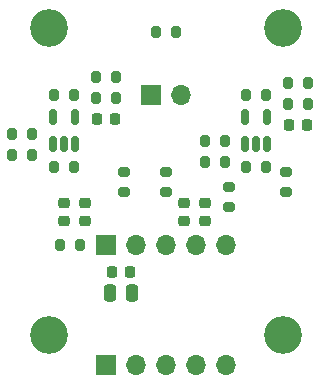
<source format=gbr>
%TF.GenerationSoftware,KiCad,Pcbnew,(7.0.0)*%
%TF.CreationDate,2023-03-09T19:39:30+01:00*%
%TF.ProjectId,JoystickAdapter,4a6f7973-7469-4636-9b41-646170746572,1.1*%
%TF.SameCoordinates,Original*%
%TF.FileFunction,Soldermask,Bot*%
%TF.FilePolarity,Negative*%
%FSLAX46Y46*%
G04 Gerber Fmt 4.6, Leading zero omitted, Abs format (unit mm)*
G04 Created by KiCad (PCBNEW (7.0.0)) date 2023-03-09 19:39:30*
%MOMM*%
%LPD*%
G01*
G04 APERTURE LIST*
G04 Aperture macros list*
%AMRoundRect*
0 Rectangle with rounded corners*
0 $1 Rounding radius*
0 $2 $3 $4 $5 $6 $7 $8 $9 X,Y pos of 4 corners*
0 Add a 4 corners polygon primitive as box body*
4,1,4,$2,$3,$4,$5,$6,$7,$8,$9,$2,$3,0*
0 Add four circle primitives for the rounded corners*
1,1,$1+$1,$2,$3*
1,1,$1+$1,$4,$5*
1,1,$1+$1,$6,$7*
1,1,$1+$1,$8,$9*
0 Add four rect primitives between the rounded corners*
20,1,$1+$1,$2,$3,$4,$5,0*
20,1,$1+$1,$4,$5,$6,$7,0*
20,1,$1+$1,$6,$7,$8,$9,0*
20,1,$1+$1,$8,$9,$2,$3,0*%
G04 Aperture macros list end*
%ADD10C,3.200000*%
%ADD11R,1.700000X1.700000*%
%ADD12O,1.700000X1.700000*%
%ADD13RoundRect,0.218750X0.256250X-0.218750X0.256250X0.218750X-0.256250X0.218750X-0.256250X-0.218750X0*%
%ADD14RoundRect,0.150000X0.150000X-0.512500X0.150000X0.512500X-0.150000X0.512500X-0.150000X-0.512500X0*%
%ADD15RoundRect,0.225000X0.225000X0.250000X-0.225000X0.250000X-0.225000X-0.250000X0.225000X-0.250000X0*%
%ADD16RoundRect,0.200000X0.200000X0.275000X-0.200000X0.275000X-0.200000X-0.275000X0.200000X-0.275000X0*%
%ADD17RoundRect,0.250000X-0.250000X-0.475000X0.250000X-0.475000X0.250000X0.475000X-0.250000X0.475000X0*%
%ADD18RoundRect,0.200000X-0.200000X-0.275000X0.200000X-0.275000X0.200000X0.275000X-0.200000X0.275000X0*%
%ADD19RoundRect,0.200000X0.275000X-0.200000X0.275000X0.200000X-0.275000X0.200000X-0.275000X-0.200000X0*%
%ADD20RoundRect,0.225000X-0.225000X-0.250000X0.225000X-0.250000X0.225000X0.250000X-0.225000X0.250000X0*%
G04 APERTURE END LIST*
D10*
%TO.C,JOY_H3*%
X126745000Y-88300000D03*
%TD*%
%TO.C,JOY_H1*%
X106935000Y-114300000D03*
%TD*%
%TO.C,JOY_H4*%
X106935000Y-88300000D03*
%TD*%
D11*
%TO.C,J2*%
X111759999Y-106679999D03*
D12*
X114299999Y-106679999D03*
X116839999Y-106679999D03*
X119379999Y-106679999D03*
X121919999Y-106679999D03*
%TD*%
D11*
%TO.C,J3*%
X115569999Y-93979999D03*
D12*
X118109999Y-93979999D03*
%TD*%
D10*
%TO.C,JOY_H2*%
X126745000Y-114300000D03*
%TD*%
D13*
%TO.C,D9*%
X108204000Y-104673500D03*
X108204000Y-103098500D03*
%TD*%
D14*
%TO.C,U1*%
X125410000Y-98165500D03*
X124460000Y-98165500D03*
X123510000Y-98165500D03*
X123510000Y-95890500D03*
X125410000Y-95890500D03*
%TD*%
D15*
%TO.C,C2*%
X128791000Y-96520000D03*
X127241000Y-96520000D03*
%TD*%
D16*
%TO.C,R22*%
X112585000Y-94234000D03*
X110935000Y-94234000D03*
%TD*%
D11*
%TO.C,J1*%
X111759999Y-116839999D03*
D12*
X114299999Y-116839999D03*
X116839999Y-116839999D03*
X119379999Y-116839999D03*
X121919999Y-116839999D03*
%TD*%
D17*
%TO.C,C1*%
X112080000Y-110744000D03*
X113980000Y-110744000D03*
%TD*%
D13*
%TO.C,D7*%
X118364000Y-104673500D03*
X118364000Y-103098500D03*
%TD*%
D18*
%TO.C,R26*%
X107379000Y-100076000D03*
X109029000Y-100076000D03*
%TD*%
D19*
%TO.C,R7*%
X116840000Y-102171000D03*
X116840000Y-100521000D03*
%TD*%
D16*
%TO.C,R23*%
X125285000Y-93980000D03*
X123635000Y-93980000D03*
%TD*%
%TO.C,R17*%
X105473000Y-97282000D03*
X103823000Y-97282000D03*
%TD*%
D13*
%TO.C,D8*%
X109982000Y-104673500D03*
X109982000Y-103098500D03*
%TD*%
D19*
%TO.C,R9*%
X127000000Y-102171000D03*
X127000000Y-100521000D03*
%TD*%
%TO.C,R5*%
X113284000Y-102171000D03*
X113284000Y-100521000D03*
%TD*%
D18*
%TO.C,R25*%
X123635000Y-100076000D03*
X125285000Y-100076000D03*
%TD*%
%TO.C,R16*%
X120145000Y-99700500D03*
X121795000Y-99700500D03*
%TD*%
D20*
%TO.C,C3*%
X112255000Y-108966000D03*
X113805000Y-108966000D03*
%TD*%
D16*
%TO.C,R20*%
X128841000Y-94742000D03*
X127191000Y-94742000D03*
%TD*%
D18*
%TO.C,R21*%
X110935000Y-92456000D03*
X112585000Y-92456000D03*
%TD*%
%TO.C,R18*%
X103823000Y-99060000D03*
X105473000Y-99060000D03*
%TD*%
%TO.C,R19*%
X127191000Y-92964000D03*
X128841000Y-92964000D03*
%TD*%
D16*
%TO.C,R24*%
X109029000Y-93980000D03*
X107379000Y-93980000D03*
%TD*%
%TO.C,R15*%
X121795000Y-97922500D03*
X120145000Y-97922500D03*
%TD*%
D19*
%TO.C,R8*%
X122174000Y-103441000D03*
X122174000Y-101791000D03*
%TD*%
D16*
%TO.C,R4*%
X117665000Y-88646000D03*
X116015000Y-88646000D03*
%TD*%
D14*
%TO.C,U2*%
X109154000Y-98165500D03*
X108204000Y-98165500D03*
X107254000Y-98165500D03*
X107254000Y-95890500D03*
X109154000Y-95890500D03*
%TD*%
D13*
%TO.C,D6*%
X120142000Y-104673500D03*
X120142000Y-103098500D03*
%TD*%
D16*
%TO.C,R10*%
X109537000Y-106680000D03*
X107887000Y-106680000D03*
%TD*%
D15*
%TO.C,C4*%
X112535000Y-96012000D03*
X110985000Y-96012000D03*
%TD*%
M02*

</source>
